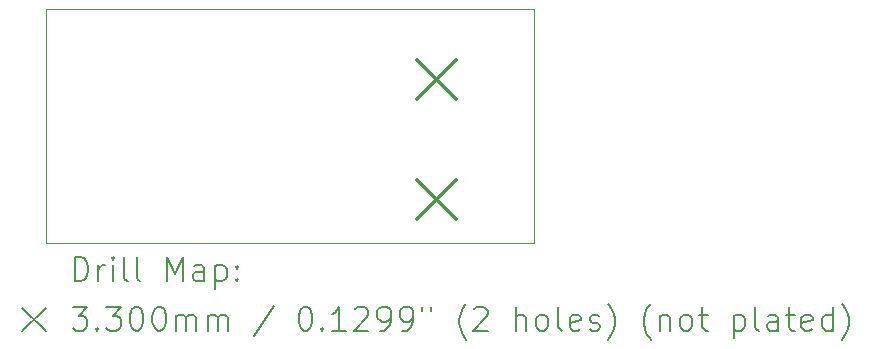
<source format=gbr>
%TF.GenerationSoftware,KiCad,Pcbnew,7.0.2*%
%TF.CreationDate,2024-01-01T15:48:35-07:00*%
%TF.ProjectId,Temperature Sensor Board 2,54656d70-6572-4617-9475-72652053656e,rev?*%
%TF.SameCoordinates,Original*%
%TF.FileFunction,Drillmap*%
%TF.FilePolarity,Positive*%
%FSLAX45Y45*%
G04 Gerber Fmt 4.5, Leading zero omitted, Abs format (unit mm)*
G04 Created by KiCad (PCBNEW 7.0.2) date 2024-01-01 15:48:35*
%MOMM*%
%LPD*%
G01*
G04 APERTURE LIST*
%ADD10C,0.100000*%
%ADD11C,0.200000*%
%ADD12C,0.330000*%
G04 APERTURE END LIST*
D10*
X10968735Y-8416035D02*
X15100300Y-8416035D01*
X15100300Y-10401300D01*
X10968735Y-10401300D01*
X10968735Y-8416035D01*
D11*
D12*
X14105735Y-8848435D02*
X14435735Y-9178435D01*
X14435735Y-8848435D02*
X14105735Y-9178435D01*
X14105735Y-9864435D02*
X14435735Y-10194435D01*
X14435735Y-9864435D02*
X14105735Y-10194435D01*
D11*
X11211354Y-10718824D02*
X11211354Y-10518824D01*
X11211354Y-10518824D02*
X11258973Y-10518824D01*
X11258973Y-10518824D02*
X11287545Y-10528348D01*
X11287545Y-10528348D02*
X11306592Y-10547395D01*
X11306592Y-10547395D02*
X11316116Y-10566443D01*
X11316116Y-10566443D02*
X11325640Y-10604538D01*
X11325640Y-10604538D02*
X11325640Y-10633110D01*
X11325640Y-10633110D02*
X11316116Y-10671205D01*
X11316116Y-10671205D02*
X11306592Y-10690252D01*
X11306592Y-10690252D02*
X11287545Y-10709300D01*
X11287545Y-10709300D02*
X11258973Y-10718824D01*
X11258973Y-10718824D02*
X11211354Y-10718824D01*
X11411354Y-10718824D02*
X11411354Y-10585490D01*
X11411354Y-10623586D02*
X11420878Y-10604538D01*
X11420878Y-10604538D02*
X11430402Y-10595014D01*
X11430402Y-10595014D02*
X11449450Y-10585490D01*
X11449450Y-10585490D02*
X11468497Y-10585490D01*
X11535164Y-10718824D02*
X11535164Y-10585490D01*
X11535164Y-10518824D02*
X11525640Y-10528348D01*
X11525640Y-10528348D02*
X11535164Y-10537871D01*
X11535164Y-10537871D02*
X11544688Y-10528348D01*
X11544688Y-10528348D02*
X11535164Y-10518824D01*
X11535164Y-10518824D02*
X11535164Y-10537871D01*
X11658973Y-10718824D02*
X11639926Y-10709300D01*
X11639926Y-10709300D02*
X11630402Y-10690252D01*
X11630402Y-10690252D02*
X11630402Y-10518824D01*
X11763735Y-10718824D02*
X11744688Y-10709300D01*
X11744688Y-10709300D02*
X11735164Y-10690252D01*
X11735164Y-10690252D02*
X11735164Y-10518824D01*
X11992307Y-10718824D02*
X11992307Y-10518824D01*
X11992307Y-10518824D02*
X12058973Y-10661681D01*
X12058973Y-10661681D02*
X12125640Y-10518824D01*
X12125640Y-10518824D02*
X12125640Y-10718824D01*
X12306592Y-10718824D02*
X12306592Y-10614062D01*
X12306592Y-10614062D02*
X12297069Y-10595014D01*
X12297069Y-10595014D02*
X12278021Y-10585490D01*
X12278021Y-10585490D02*
X12239926Y-10585490D01*
X12239926Y-10585490D02*
X12220878Y-10595014D01*
X12306592Y-10709300D02*
X12287545Y-10718824D01*
X12287545Y-10718824D02*
X12239926Y-10718824D01*
X12239926Y-10718824D02*
X12220878Y-10709300D01*
X12220878Y-10709300D02*
X12211354Y-10690252D01*
X12211354Y-10690252D02*
X12211354Y-10671205D01*
X12211354Y-10671205D02*
X12220878Y-10652157D01*
X12220878Y-10652157D02*
X12239926Y-10642633D01*
X12239926Y-10642633D02*
X12287545Y-10642633D01*
X12287545Y-10642633D02*
X12306592Y-10633110D01*
X12401831Y-10585490D02*
X12401831Y-10785490D01*
X12401831Y-10595014D02*
X12420878Y-10585490D01*
X12420878Y-10585490D02*
X12458973Y-10585490D01*
X12458973Y-10585490D02*
X12478021Y-10595014D01*
X12478021Y-10595014D02*
X12487545Y-10604538D01*
X12487545Y-10604538D02*
X12497069Y-10623586D01*
X12497069Y-10623586D02*
X12497069Y-10680729D01*
X12497069Y-10680729D02*
X12487545Y-10699776D01*
X12487545Y-10699776D02*
X12478021Y-10709300D01*
X12478021Y-10709300D02*
X12458973Y-10718824D01*
X12458973Y-10718824D02*
X12420878Y-10718824D01*
X12420878Y-10718824D02*
X12401831Y-10709300D01*
X12582783Y-10699776D02*
X12592307Y-10709300D01*
X12592307Y-10709300D02*
X12582783Y-10718824D01*
X12582783Y-10718824D02*
X12573259Y-10709300D01*
X12573259Y-10709300D02*
X12582783Y-10699776D01*
X12582783Y-10699776D02*
X12582783Y-10718824D01*
X12582783Y-10595014D02*
X12592307Y-10604538D01*
X12592307Y-10604538D02*
X12582783Y-10614062D01*
X12582783Y-10614062D02*
X12573259Y-10604538D01*
X12573259Y-10604538D02*
X12582783Y-10595014D01*
X12582783Y-10595014D02*
X12582783Y-10614062D01*
X10763735Y-10946300D02*
X10963735Y-11146300D01*
X10963735Y-10946300D02*
X10763735Y-11146300D01*
X11192307Y-10938824D02*
X11316116Y-10938824D01*
X11316116Y-10938824D02*
X11249450Y-11015014D01*
X11249450Y-11015014D02*
X11278021Y-11015014D01*
X11278021Y-11015014D02*
X11297069Y-11024538D01*
X11297069Y-11024538D02*
X11306592Y-11034062D01*
X11306592Y-11034062D02*
X11316116Y-11053110D01*
X11316116Y-11053110D02*
X11316116Y-11100729D01*
X11316116Y-11100729D02*
X11306592Y-11119776D01*
X11306592Y-11119776D02*
X11297069Y-11129300D01*
X11297069Y-11129300D02*
X11278021Y-11138824D01*
X11278021Y-11138824D02*
X11220878Y-11138824D01*
X11220878Y-11138824D02*
X11201831Y-11129300D01*
X11201831Y-11129300D02*
X11192307Y-11119776D01*
X11401831Y-11119776D02*
X11411354Y-11129300D01*
X11411354Y-11129300D02*
X11401831Y-11138824D01*
X11401831Y-11138824D02*
X11392307Y-11129300D01*
X11392307Y-11129300D02*
X11401831Y-11119776D01*
X11401831Y-11119776D02*
X11401831Y-11138824D01*
X11478021Y-10938824D02*
X11601831Y-10938824D01*
X11601831Y-10938824D02*
X11535164Y-11015014D01*
X11535164Y-11015014D02*
X11563735Y-11015014D01*
X11563735Y-11015014D02*
X11582783Y-11024538D01*
X11582783Y-11024538D02*
X11592307Y-11034062D01*
X11592307Y-11034062D02*
X11601831Y-11053110D01*
X11601831Y-11053110D02*
X11601831Y-11100729D01*
X11601831Y-11100729D02*
X11592307Y-11119776D01*
X11592307Y-11119776D02*
X11582783Y-11129300D01*
X11582783Y-11129300D02*
X11563735Y-11138824D01*
X11563735Y-11138824D02*
X11506592Y-11138824D01*
X11506592Y-11138824D02*
X11487545Y-11129300D01*
X11487545Y-11129300D02*
X11478021Y-11119776D01*
X11725640Y-10938824D02*
X11744688Y-10938824D01*
X11744688Y-10938824D02*
X11763735Y-10948348D01*
X11763735Y-10948348D02*
X11773259Y-10957871D01*
X11773259Y-10957871D02*
X11782783Y-10976919D01*
X11782783Y-10976919D02*
X11792307Y-11015014D01*
X11792307Y-11015014D02*
X11792307Y-11062633D01*
X11792307Y-11062633D02*
X11782783Y-11100729D01*
X11782783Y-11100729D02*
X11773259Y-11119776D01*
X11773259Y-11119776D02*
X11763735Y-11129300D01*
X11763735Y-11129300D02*
X11744688Y-11138824D01*
X11744688Y-11138824D02*
X11725640Y-11138824D01*
X11725640Y-11138824D02*
X11706592Y-11129300D01*
X11706592Y-11129300D02*
X11697069Y-11119776D01*
X11697069Y-11119776D02*
X11687545Y-11100729D01*
X11687545Y-11100729D02*
X11678021Y-11062633D01*
X11678021Y-11062633D02*
X11678021Y-11015014D01*
X11678021Y-11015014D02*
X11687545Y-10976919D01*
X11687545Y-10976919D02*
X11697069Y-10957871D01*
X11697069Y-10957871D02*
X11706592Y-10948348D01*
X11706592Y-10948348D02*
X11725640Y-10938824D01*
X11916116Y-10938824D02*
X11935164Y-10938824D01*
X11935164Y-10938824D02*
X11954212Y-10948348D01*
X11954212Y-10948348D02*
X11963735Y-10957871D01*
X11963735Y-10957871D02*
X11973259Y-10976919D01*
X11973259Y-10976919D02*
X11982783Y-11015014D01*
X11982783Y-11015014D02*
X11982783Y-11062633D01*
X11982783Y-11062633D02*
X11973259Y-11100729D01*
X11973259Y-11100729D02*
X11963735Y-11119776D01*
X11963735Y-11119776D02*
X11954212Y-11129300D01*
X11954212Y-11129300D02*
X11935164Y-11138824D01*
X11935164Y-11138824D02*
X11916116Y-11138824D01*
X11916116Y-11138824D02*
X11897069Y-11129300D01*
X11897069Y-11129300D02*
X11887545Y-11119776D01*
X11887545Y-11119776D02*
X11878021Y-11100729D01*
X11878021Y-11100729D02*
X11868497Y-11062633D01*
X11868497Y-11062633D02*
X11868497Y-11015014D01*
X11868497Y-11015014D02*
X11878021Y-10976919D01*
X11878021Y-10976919D02*
X11887545Y-10957871D01*
X11887545Y-10957871D02*
X11897069Y-10948348D01*
X11897069Y-10948348D02*
X11916116Y-10938824D01*
X12068497Y-11138824D02*
X12068497Y-11005490D01*
X12068497Y-11024538D02*
X12078021Y-11015014D01*
X12078021Y-11015014D02*
X12097069Y-11005490D01*
X12097069Y-11005490D02*
X12125640Y-11005490D01*
X12125640Y-11005490D02*
X12144688Y-11015014D01*
X12144688Y-11015014D02*
X12154212Y-11034062D01*
X12154212Y-11034062D02*
X12154212Y-11138824D01*
X12154212Y-11034062D02*
X12163735Y-11015014D01*
X12163735Y-11015014D02*
X12182783Y-11005490D01*
X12182783Y-11005490D02*
X12211354Y-11005490D01*
X12211354Y-11005490D02*
X12230402Y-11015014D01*
X12230402Y-11015014D02*
X12239926Y-11034062D01*
X12239926Y-11034062D02*
X12239926Y-11138824D01*
X12335164Y-11138824D02*
X12335164Y-11005490D01*
X12335164Y-11024538D02*
X12344688Y-11015014D01*
X12344688Y-11015014D02*
X12363735Y-11005490D01*
X12363735Y-11005490D02*
X12392307Y-11005490D01*
X12392307Y-11005490D02*
X12411354Y-11015014D01*
X12411354Y-11015014D02*
X12420878Y-11034062D01*
X12420878Y-11034062D02*
X12420878Y-11138824D01*
X12420878Y-11034062D02*
X12430402Y-11015014D01*
X12430402Y-11015014D02*
X12449450Y-11005490D01*
X12449450Y-11005490D02*
X12478021Y-11005490D01*
X12478021Y-11005490D02*
X12497069Y-11015014D01*
X12497069Y-11015014D02*
X12506593Y-11034062D01*
X12506593Y-11034062D02*
X12506593Y-11138824D01*
X12897069Y-10929300D02*
X12725640Y-11186443D01*
X13154212Y-10938824D02*
X13173259Y-10938824D01*
X13173259Y-10938824D02*
X13192307Y-10948348D01*
X13192307Y-10948348D02*
X13201831Y-10957871D01*
X13201831Y-10957871D02*
X13211355Y-10976919D01*
X13211355Y-10976919D02*
X13220878Y-11015014D01*
X13220878Y-11015014D02*
X13220878Y-11062633D01*
X13220878Y-11062633D02*
X13211355Y-11100729D01*
X13211355Y-11100729D02*
X13201831Y-11119776D01*
X13201831Y-11119776D02*
X13192307Y-11129300D01*
X13192307Y-11129300D02*
X13173259Y-11138824D01*
X13173259Y-11138824D02*
X13154212Y-11138824D01*
X13154212Y-11138824D02*
X13135164Y-11129300D01*
X13135164Y-11129300D02*
X13125640Y-11119776D01*
X13125640Y-11119776D02*
X13116116Y-11100729D01*
X13116116Y-11100729D02*
X13106593Y-11062633D01*
X13106593Y-11062633D02*
X13106593Y-11015014D01*
X13106593Y-11015014D02*
X13116116Y-10976919D01*
X13116116Y-10976919D02*
X13125640Y-10957871D01*
X13125640Y-10957871D02*
X13135164Y-10948348D01*
X13135164Y-10948348D02*
X13154212Y-10938824D01*
X13306593Y-11119776D02*
X13316116Y-11129300D01*
X13316116Y-11129300D02*
X13306593Y-11138824D01*
X13306593Y-11138824D02*
X13297069Y-11129300D01*
X13297069Y-11129300D02*
X13306593Y-11119776D01*
X13306593Y-11119776D02*
X13306593Y-11138824D01*
X13506593Y-11138824D02*
X13392307Y-11138824D01*
X13449450Y-11138824D02*
X13449450Y-10938824D01*
X13449450Y-10938824D02*
X13430402Y-10967395D01*
X13430402Y-10967395D02*
X13411355Y-10986443D01*
X13411355Y-10986443D02*
X13392307Y-10995967D01*
X13582783Y-10957871D02*
X13592307Y-10948348D01*
X13592307Y-10948348D02*
X13611355Y-10938824D01*
X13611355Y-10938824D02*
X13658974Y-10938824D01*
X13658974Y-10938824D02*
X13678021Y-10948348D01*
X13678021Y-10948348D02*
X13687545Y-10957871D01*
X13687545Y-10957871D02*
X13697069Y-10976919D01*
X13697069Y-10976919D02*
X13697069Y-10995967D01*
X13697069Y-10995967D02*
X13687545Y-11024538D01*
X13687545Y-11024538D02*
X13573259Y-11138824D01*
X13573259Y-11138824D02*
X13697069Y-11138824D01*
X13792307Y-11138824D02*
X13830402Y-11138824D01*
X13830402Y-11138824D02*
X13849450Y-11129300D01*
X13849450Y-11129300D02*
X13858974Y-11119776D01*
X13858974Y-11119776D02*
X13878021Y-11091205D01*
X13878021Y-11091205D02*
X13887545Y-11053110D01*
X13887545Y-11053110D02*
X13887545Y-10976919D01*
X13887545Y-10976919D02*
X13878021Y-10957871D01*
X13878021Y-10957871D02*
X13868497Y-10948348D01*
X13868497Y-10948348D02*
X13849450Y-10938824D01*
X13849450Y-10938824D02*
X13811355Y-10938824D01*
X13811355Y-10938824D02*
X13792307Y-10948348D01*
X13792307Y-10948348D02*
X13782783Y-10957871D01*
X13782783Y-10957871D02*
X13773259Y-10976919D01*
X13773259Y-10976919D02*
X13773259Y-11024538D01*
X13773259Y-11024538D02*
X13782783Y-11043586D01*
X13782783Y-11043586D02*
X13792307Y-11053110D01*
X13792307Y-11053110D02*
X13811355Y-11062633D01*
X13811355Y-11062633D02*
X13849450Y-11062633D01*
X13849450Y-11062633D02*
X13868497Y-11053110D01*
X13868497Y-11053110D02*
X13878021Y-11043586D01*
X13878021Y-11043586D02*
X13887545Y-11024538D01*
X13982783Y-11138824D02*
X14020878Y-11138824D01*
X14020878Y-11138824D02*
X14039926Y-11129300D01*
X14039926Y-11129300D02*
X14049450Y-11119776D01*
X14049450Y-11119776D02*
X14068497Y-11091205D01*
X14068497Y-11091205D02*
X14078021Y-11053110D01*
X14078021Y-11053110D02*
X14078021Y-10976919D01*
X14078021Y-10976919D02*
X14068497Y-10957871D01*
X14068497Y-10957871D02*
X14058974Y-10948348D01*
X14058974Y-10948348D02*
X14039926Y-10938824D01*
X14039926Y-10938824D02*
X14001831Y-10938824D01*
X14001831Y-10938824D02*
X13982783Y-10948348D01*
X13982783Y-10948348D02*
X13973259Y-10957871D01*
X13973259Y-10957871D02*
X13963736Y-10976919D01*
X13963736Y-10976919D02*
X13963736Y-11024538D01*
X13963736Y-11024538D02*
X13973259Y-11043586D01*
X13973259Y-11043586D02*
X13982783Y-11053110D01*
X13982783Y-11053110D02*
X14001831Y-11062633D01*
X14001831Y-11062633D02*
X14039926Y-11062633D01*
X14039926Y-11062633D02*
X14058974Y-11053110D01*
X14058974Y-11053110D02*
X14068497Y-11043586D01*
X14068497Y-11043586D02*
X14078021Y-11024538D01*
X14154212Y-10938824D02*
X14154212Y-10976919D01*
X14230402Y-10938824D02*
X14230402Y-10976919D01*
X14525640Y-11215014D02*
X14516117Y-11205490D01*
X14516117Y-11205490D02*
X14497069Y-11176919D01*
X14497069Y-11176919D02*
X14487545Y-11157871D01*
X14487545Y-11157871D02*
X14478021Y-11129300D01*
X14478021Y-11129300D02*
X14468498Y-11081681D01*
X14468498Y-11081681D02*
X14468498Y-11043586D01*
X14468498Y-11043586D02*
X14478021Y-10995967D01*
X14478021Y-10995967D02*
X14487545Y-10967395D01*
X14487545Y-10967395D02*
X14497069Y-10948348D01*
X14497069Y-10948348D02*
X14516117Y-10919776D01*
X14516117Y-10919776D02*
X14525640Y-10910252D01*
X14592307Y-10957871D02*
X14601831Y-10948348D01*
X14601831Y-10948348D02*
X14620878Y-10938824D01*
X14620878Y-10938824D02*
X14668498Y-10938824D01*
X14668498Y-10938824D02*
X14687545Y-10948348D01*
X14687545Y-10948348D02*
X14697069Y-10957871D01*
X14697069Y-10957871D02*
X14706593Y-10976919D01*
X14706593Y-10976919D02*
X14706593Y-10995967D01*
X14706593Y-10995967D02*
X14697069Y-11024538D01*
X14697069Y-11024538D02*
X14582783Y-11138824D01*
X14582783Y-11138824D02*
X14706593Y-11138824D01*
X14944688Y-11138824D02*
X14944688Y-10938824D01*
X15030402Y-11138824D02*
X15030402Y-11034062D01*
X15030402Y-11034062D02*
X15020879Y-11015014D01*
X15020879Y-11015014D02*
X15001831Y-11005490D01*
X15001831Y-11005490D02*
X14973259Y-11005490D01*
X14973259Y-11005490D02*
X14954212Y-11015014D01*
X14954212Y-11015014D02*
X14944688Y-11024538D01*
X15154212Y-11138824D02*
X15135164Y-11129300D01*
X15135164Y-11129300D02*
X15125640Y-11119776D01*
X15125640Y-11119776D02*
X15116117Y-11100729D01*
X15116117Y-11100729D02*
X15116117Y-11043586D01*
X15116117Y-11043586D02*
X15125640Y-11024538D01*
X15125640Y-11024538D02*
X15135164Y-11015014D01*
X15135164Y-11015014D02*
X15154212Y-11005490D01*
X15154212Y-11005490D02*
X15182783Y-11005490D01*
X15182783Y-11005490D02*
X15201831Y-11015014D01*
X15201831Y-11015014D02*
X15211355Y-11024538D01*
X15211355Y-11024538D02*
X15220879Y-11043586D01*
X15220879Y-11043586D02*
X15220879Y-11100729D01*
X15220879Y-11100729D02*
X15211355Y-11119776D01*
X15211355Y-11119776D02*
X15201831Y-11129300D01*
X15201831Y-11129300D02*
X15182783Y-11138824D01*
X15182783Y-11138824D02*
X15154212Y-11138824D01*
X15335164Y-11138824D02*
X15316117Y-11129300D01*
X15316117Y-11129300D02*
X15306593Y-11110252D01*
X15306593Y-11110252D02*
X15306593Y-10938824D01*
X15487545Y-11129300D02*
X15468498Y-11138824D01*
X15468498Y-11138824D02*
X15430402Y-11138824D01*
X15430402Y-11138824D02*
X15411355Y-11129300D01*
X15411355Y-11129300D02*
X15401831Y-11110252D01*
X15401831Y-11110252D02*
X15401831Y-11034062D01*
X15401831Y-11034062D02*
X15411355Y-11015014D01*
X15411355Y-11015014D02*
X15430402Y-11005490D01*
X15430402Y-11005490D02*
X15468498Y-11005490D01*
X15468498Y-11005490D02*
X15487545Y-11015014D01*
X15487545Y-11015014D02*
X15497069Y-11034062D01*
X15497069Y-11034062D02*
X15497069Y-11053110D01*
X15497069Y-11053110D02*
X15401831Y-11072157D01*
X15573260Y-11129300D02*
X15592307Y-11138824D01*
X15592307Y-11138824D02*
X15630402Y-11138824D01*
X15630402Y-11138824D02*
X15649450Y-11129300D01*
X15649450Y-11129300D02*
X15658974Y-11110252D01*
X15658974Y-11110252D02*
X15658974Y-11100729D01*
X15658974Y-11100729D02*
X15649450Y-11081681D01*
X15649450Y-11081681D02*
X15630402Y-11072157D01*
X15630402Y-11072157D02*
X15601831Y-11072157D01*
X15601831Y-11072157D02*
X15582783Y-11062633D01*
X15582783Y-11062633D02*
X15573260Y-11043586D01*
X15573260Y-11043586D02*
X15573260Y-11034062D01*
X15573260Y-11034062D02*
X15582783Y-11015014D01*
X15582783Y-11015014D02*
X15601831Y-11005490D01*
X15601831Y-11005490D02*
X15630402Y-11005490D01*
X15630402Y-11005490D02*
X15649450Y-11015014D01*
X15725641Y-11215014D02*
X15735164Y-11205490D01*
X15735164Y-11205490D02*
X15754212Y-11176919D01*
X15754212Y-11176919D02*
X15763736Y-11157871D01*
X15763736Y-11157871D02*
X15773260Y-11129300D01*
X15773260Y-11129300D02*
X15782783Y-11081681D01*
X15782783Y-11081681D02*
X15782783Y-11043586D01*
X15782783Y-11043586D02*
X15773260Y-10995967D01*
X15773260Y-10995967D02*
X15763736Y-10967395D01*
X15763736Y-10967395D02*
X15754212Y-10948348D01*
X15754212Y-10948348D02*
X15735164Y-10919776D01*
X15735164Y-10919776D02*
X15725641Y-10910252D01*
X16087545Y-11215014D02*
X16078021Y-11205490D01*
X16078021Y-11205490D02*
X16058974Y-11176919D01*
X16058974Y-11176919D02*
X16049450Y-11157871D01*
X16049450Y-11157871D02*
X16039926Y-11129300D01*
X16039926Y-11129300D02*
X16030402Y-11081681D01*
X16030402Y-11081681D02*
X16030402Y-11043586D01*
X16030402Y-11043586D02*
X16039926Y-10995967D01*
X16039926Y-10995967D02*
X16049450Y-10967395D01*
X16049450Y-10967395D02*
X16058974Y-10948348D01*
X16058974Y-10948348D02*
X16078021Y-10919776D01*
X16078021Y-10919776D02*
X16087545Y-10910252D01*
X16163736Y-11005490D02*
X16163736Y-11138824D01*
X16163736Y-11024538D02*
X16173260Y-11015014D01*
X16173260Y-11015014D02*
X16192307Y-11005490D01*
X16192307Y-11005490D02*
X16220879Y-11005490D01*
X16220879Y-11005490D02*
X16239926Y-11015014D01*
X16239926Y-11015014D02*
X16249450Y-11034062D01*
X16249450Y-11034062D02*
X16249450Y-11138824D01*
X16373260Y-11138824D02*
X16354212Y-11129300D01*
X16354212Y-11129300D02*
X16344688Y-11119776D01*
X16344688Y-11119776D02*
X16335164Y-11100729D01*
X16335164Y-11100729D02*
X16335164Y-11043586D01*
X16335164Y-11043586D02*
X16344688Y-11024538D01*
X16344688Y-11024538D02*
X16354212Y-11015014D01*
X16354212Y-11015014D02*
X16373260Y-11005490D01*
X16373260Y-11005490D02*
X16401831Y-11005490D01*
X16401831Y-11005490D02*
X16420879Y-11015014D01*
X16420879Y-11015014D02*
X16430402Y-11024538D01*
X16430402Y-11024538D02*
X16439926Y-11043586D01*
X16439926Y-11043586D02*
X16439926Y-11100729D01*
X16439926Y-11100729D02*
X16430402Y-11119776D01*
X16430402Y-11119776D02*
X16420879Y-11129300D01*
X16420879Y-11129300D02*
X16401831Y-11138824D01*
X16401831Y-11138824D02*
X16373260Y-11138824D01*
X16497069Y-11005490D02*
X16573260Y-11005490D01*
X16525641Y-10938824D02*
X16525641Y-11110252D01*
X16525641Y-11110252D02*
X16535164Y-11129300D01*
X16535164Y-11129300D02*
X16554212Y-11138824D01*
X16554212Y-11138824D02*
X16573260Y-11138824D01*
X16792307Y-11005490D02*
X16792307Y-11205490D01*
X16792307Y-11015014D02*
X16811355Y-11005490D01*
X16811355Y-11005490D02*
X16849450Y-11005490D01*
X16849450Y-11005490D02*
X16868498Y-11015014D01*
X16868498Y-11015014D02*
X16878022Y-11024538D01*
X16878022Y-11024538D02*
X16887545Y-11043586D01*
X16887545Y-11043586D02*
X16887545Y-11100729D01*
X16887545Y-11100729D02*
X16878022Y-11119776D01*
X16878022Y-11119776D02*
X16868498Y-11129300D01*
X16868498Y-11129300D02*
X16849450Y-11138824D01*
X16849450Y-11138824D02*
X16811355Y-11138824D01*
X16811355Y-11138824D02*
X16792307Y-11129300D01*
X17001831Y-11138824D02*
X16982784Y-11129300D01*
X16982784Y-11129300D02*
X16973260Y-11110252D01*
X16973260Y-11110252D02*
X16973260Y-10938824D01*
X17163736Y-11138824D02*
X17163736Y-11034062D01*
X17163736Y-11034062D02*
X17154212Y-11015014D01*
X17154212Y-11015014D02*
X17135165Y-11005490D01*
X17135165Y-11005490D02*
X17097069Y-11005490D01*
X17097069Y-11005490D02*
X17078022Y-11015014D01*
X17163736Y-11129300D02*
X17144688Y-11138824D01*
X17144688Y-11138824D02*
X17097069Y-11138824D01*
X17097069Y-11138824D02*
X17078022Y-11129300D01*
X17078022Y-11129300D02*
X17068498Y-11110252D01*
X17068498Y-11110252D02*
X17068498Y-11091205D01*
X17068498Y-11091205D02*
X17078022Y-11072157D01*
X17078022Y-11072157D02*
X17097069Y-11062633D01*
X17097069Y-11062633D02*
X17144688Y-11062633D01*
X17144688Y-11062633D02*
X17163736Y-11053110D01*
X17230403Y-11005490D02*
X17306593Y-11005490D01*
X17258974Y-10938824D02*
X17258974Y-11110252D01*
X17258974Y-11110252D02*
X17268498Y-11129300D01*
X17268498Y-11129300D02*
X17287545Y-11138824D01*
X17287545Y-11138824D02*
X17306593Y-11138824D01*
X17449450Y-11129300D02*
X17430403Y-11138824D01*
X17430403Y-11138824D02*
X17392307Y-11138824D01*
X17392307Y-11138824D02*
X17373260Y-11129300D01*
X17373260Y-11129300D02*
X17363736Y-11110252D01*
X17363736Y-11110252D02*
X17363736Y-11034062D01*
X17363736Y-11034062D02*
X17373260Y-11015014D01*
X17373260Y-11015014D02*
X17392307Y-11005490D01*
X17392307Y-11005490D02*
X17430403Y-11005490D01*
X17430403Y-11005490D02*
X17449450Y-11015014D01*
X17449450Y-11015014D02*
X17458974Y-11034062D01*
X17458974Y-11034062D02*
X17458974Y-11053110D01*
X17458974Y-11053110D02*
X17363736Y-11072157D01*
X17630403Y-11138824D02*
X17630403Y-10938824D01*
X17630403Y-11129300D02*
X17611355Y-11138824D01*
X17611355Y-11138824D02*
X17573260Y-11138824D01*
X17573260Y-11138824D02*
X17554212Y-11129300D01*
X17554212Y-11129300D02*
X17544688Y-11119776D01*
X17544688Y-11119776D02*
X17535165Y-11100729D01*
X17535165Y-11100729D02*
X17535165Y-11043586D01*
X17535165Y-11043586D02*
X17544688Y-11024538D01*
X17544688Y-11024538D02*
X17554212Y-11015014D01*
X17554212Y-11015014D02*
X17573260Y-11005490D01*
X17573260Y-11005490D02*
X17611355Y-11005490D01*
X17611355Y-11005490D02*
X17630403Y-11015014D01*
X17706593Y-11215014D02*
X17716117Y-11205490D01*
X17716117Y-11205490D02*
X17735165Y-11176919D01*
X17735165Y-11176919D02*
X17744688Y-11157871D01*
X17744688Y-11157871D02*
X17754212Y-11129300D01*
X17754212Y-11129300D02*
X17763736Y-11081681D01*
X17763736Y-11081681D02*
X17763736Y-11043586D01*
X17763736Y-11043586D02*
X17754212Y-10995967D01*
X17754212Y-10995967D02*
X17744688Y-10967395D01*
X17744688Y-10967395D02*
X17735165Y-10948348D01*
X17735165Y-10948348D02*
X17716117Y-10919776D01*
X17716117Y-10919776D02*
X17706593Y-10910252D01*
M02*

</source>
